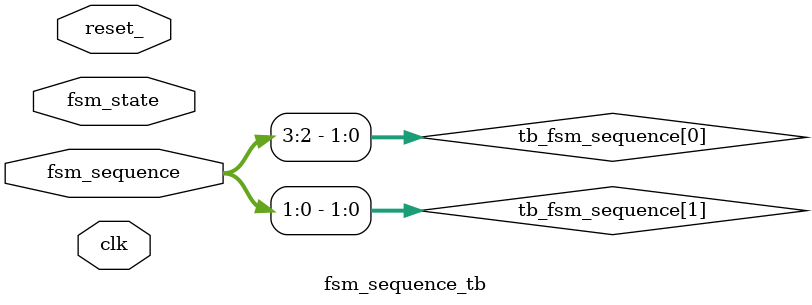
<source format=sv>
module fsm_sequence_tb (
clk, 
reset_, 
fsm_state,
fsm_sequence
);
    parameter fsm_width = 2; //actual width of the states in the RTL
    parameter num_of_states=2; //number of states provided in the fsm_sequence
    parameter num_of_times_initial_state_repeats=1; //Number of times the initial state of the "fsm_sequence" is repeated in the "fsm_sequence"  

input clk;
input reset_;
input [fsm_width-1:0]fsm_state;
input [fsm_width*num_of_states-1:0]fsm_sequence;
wire tb_reset;
assign tb_reset = (reset_ == 1'b0);


wire [fsm_width-1:0] tb_fsm_sequence[num_of_states-1:0]; 

//match the current "fsm_state" with the states provided in the "fsm_sequence"
wire [num_of_states-1:0]match_tracker[num_of_times_initial_state_repeats-1:0]; 
reg [num_of_states-1:0]match_tracker_d1[num_of_times_initial_state_repeats-1:0]; 

//Track all the states of the "fsm_sequence"
reg [num_of_states-1:0]state_tracker[num_of_times_initial_state_repeats-1:0]; 

reg [fsm_width-1:0] fsm_state_d1;
reg tb_reset_d1;
wire [fsm_width-1:0] tb_random_state;
wire [$clog2(num_of_times_initial_state_repeats):0]tb_sequence_seen;


//storing the states of the fsm_sequence in the correct order
for (genvar i=num_of_states-1; i >=0; i--) begin : storing_of_fsm_states
    assign  tb_fsm_sequence[num_of_states-1-i] = fsm_sequence[(fsm_width*(i+1))-1 : fsm_width*i];
end

//Delayed versions of fsm_state and tb_reset
always @(posedge clk) begin
    if (!reset_) begin
        fsm_state_d1 <= 'd0;
        tb_reset_d1 <= 1;
    end else begin
        fsm_state_d1 <= fsm_state;
        tb_reset_d1 <= tb_reset;  
    end
end

for (genvar n=0; n<num_of_times_initial_state_repeats; n++) begin : matching_of_states_as_per_initial_state_repeat
    if (n==0) begin : matching_of_states_for_certain_cases
        for (genvar i=0; i<num_of_states; i++) begin : matching_of_states_as_per_num_of_states
            if (i==0) begin : matching_of_states_for_first_state 
                assign match_tracker[n][0] = (fsm_state == tb_fsm_sequence[0]);
            end else begin : matching_of_states_for_other_states 
                assign match_tracker[n][i] = (fsm_state == tb_fsm_sequence[i]);
            end
        end 
    end else begin : matching_of_states_for_other_cases
        for (genvar i=0; i<num_of_states; i++) begin : matching_of_states_as_per_num_of_states
            if (i==0) begin : matching_of_states_for_first_state 
            assign match_tracker[n][0] = ((fsm_state != fsm_state_d1) && !tb_reset_d1) 
                                            ? (!(|state_tracker[n]) && (|state_tracker[n-1]) && (fsm_state == tb_fsm_sequence[0])) 
                                            : match_tracker[n][0] ;
            end else begin : matching_of_states_for_other_states
            assign match_tracker[n][i] = ((fsm_state != fsm_state_d1) && !tb_reset_d1) 
                                            ? (!state_tracker[n][i] && state_tracker[n][i-1] && (fsm_state == tb_fsm_sequence[i])) 
                                            : match_tracker[n][i] ;
            end
        end 
    end
end

reg [$clog2(num_of_times_initial_state_repeats):0] j;

always @(posedge clk) begin
    if (!reset_) begin
        for (j=0; j< num_of_times_initial_state_repeats; j++) begin
            state_tracker[j] <= 'd0;
            match_tracker_d1[j] <= 'd0;
        end
    end else begin
        for (j=0; j< num_of_times_initial_state_repeats; j++) begin
            match_tracker_d1[j] <= match_tracker[j];
            if (j==0) 
            state_tracker[j] <= (((state_tracker[j]==(match_tracker[j]-1'b1)) || 
                                    (state_tracker[j] == ((match_tracker[j]-1'b1) | match_tracker[j]))) && 
                                    (|match_tracker[j] != 'd0)) 
                                        ? state_tracker[j]|match_tracker[j] 
                                        : ((((|match_tracker[j]) == 0) && (fsm_state == tb_fsm_sequence[0])) 
                                            ? 'd1 
                                            : 'd0
                                        );
            else 
            state_tracker[j] <= (((state_tracker[j]==(match_tracker[j]-1'b1)) || 
                                    (state_tracker[j] == ((match_tracker[j]-1'b1) | match_tracker[j]))) && 
                                    (|match_tracker[j] != 'd0)) 
                                    ? state_tracker[j]|match_tracker[j] 
                                    : 'd0;
        end
    end
end

for (genvar n=0; n<num_of_times_initial_state_repeats; n++) begin : fsm_sequence_seen
    assign tb_sequence_seen[n] = state_tracker[n][num_of_states-1];
end

reg check_state_legal_precondition;
always @(posedge clk) begin
    if (!reset_) begin
        check_state_legal_precondition <= 1'b0;
    end else begin
        check_state_legal_precondition <= fsm_state == tb_fsm_sequence[0];
    end
end

endmodule
</source>
